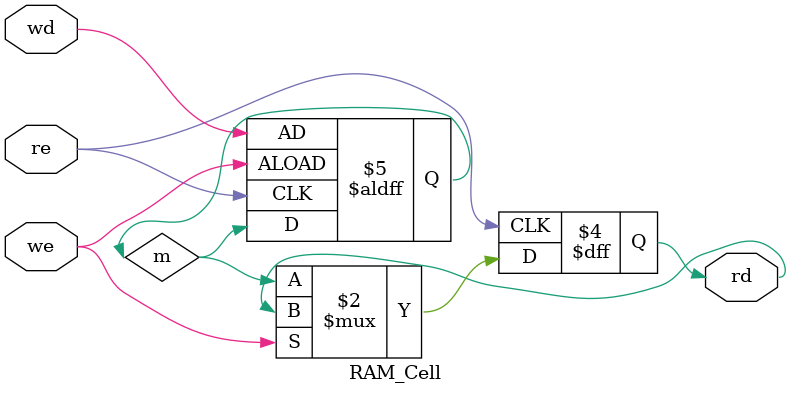
<source format=sv>
module RAM_Cell (we,wd,re,rd);
    input wire we, wd, re;
    output reg rd;
    reg m;
  always @(posedge we or posedge re)
    begin
      if (we)
            m <= wd;
      else if (re)
            rd <= m;
    end
endmodule
</source>
